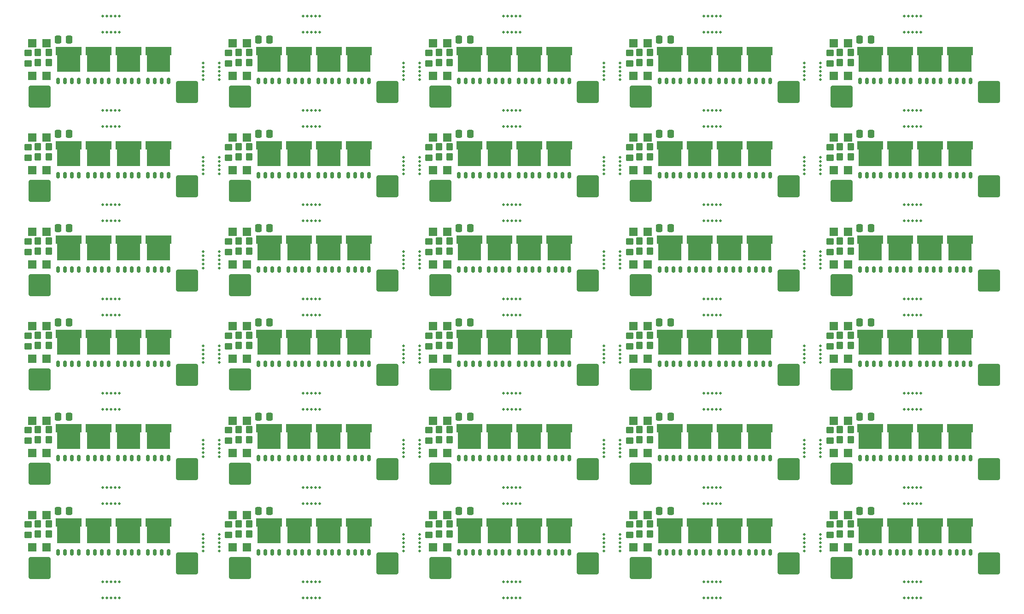
<source format=gbr>
%TF.GenerationSoftware,KiCad,Pcbnew,8.0.1*%
%TF.CreationDate,2024-05-29T13:53:09-05:00*%
%TF.ProjectId,eve PCB Project,65766520-5043-4422-9050-726f6a656374,rev?*%
%TF.SameCoordinates,Original*%
%TF.FileFunction,Soldermask,Bot*%
%TF.FilePolarity,Negative*%
%FSLAX46Y46*%
G04 Gerber Fmt 4.6, Leading zero omitted, Abs format (unit mm)*
G04 Created by KiCad (PCBNEW 8.0.1) date 2024-05-29 13:53:09*
%MOMM*%
%LPD*%
G01*
G04 APERTURE LIST*
G04 Aperture macros list*
%AMRoundRect*
0 Rectangle with rounded corners*
0 $1 Rounding radius*
0 $2 $3 $4 $5 $6 $7 $8 $9 X,Y pos of 4 corners*
0 Add a 4 corners polygon primitive as box body*
4,1,4,$2,$3,$4,$5,$6,$7,$8,$9,$2,$3,0*
0 Add four circle primitives for the rounded corners*
1,1,$1+$1,$2,$3*
1,1,$1+$1,$4,$5*
1,1,$1+$1,$6,$7*
1,1,$1+$1,$8,$9*
0 Add four rect primitives between the rounded corners*
20,1,$1+$1,$2,$3,$4,$5,0*
20,1,$1+$1,$4,$5,$6,$7,0*
20,1,$1+$1,$6,$7,$8,$9,0*
20,1,$1+$1,$8,$9,$2,$3,0*%
%AMFreePoly0*
4,1,9,2.975000,-2.350000,1.425000,-2.350000,1.425000,-2.100000,-1.650000,-2.100000,-1.650000,2.100000,1.425000,2.100000,1.425000,2.350000,2.975000,2.350000,2.975000,-2.350000,2.975000,-2.350000,$1*%
G04 Aperture macros list end*
%ADD10C,0.500000*%
%ADD11RoundRect,0.250000X-1.750000X-1.750000X1.750000X-1.750000X1.750000X1.750000X-1.750000X1.750000X0*%
%ADD12RoundRect,0.250000X0.550000X-0.550000X0.550000X0.550000X-0.550000X0.550000X-0.550000X-0.550000X0*%
%ADD13RoundRect,0.250000X0.550000X0.550000X-0.550000X0.550000X-0.550000X-0.550000X0.550000X-0.550000X0*%
%ADD14RoundRect,0.250000X1.750000X1.750000X-1.750000X1.750000X-1.750000X-1.750000X1.750000X-1.750000X0*%
%ADD15RoundRect,0.250000X0.350000X0.450000X-0.350000X0.450000X-0.350000X-0.450000X0.350000X-0.450000X0*%
%ADD16RoundRect,0.175000X0.175000X0.400000X-0.175000X0.400000X-0.175000X-0.400000X0.175000X-0.400000X0*%
%ADD17FreePoly0,90.000000*%
%ADD18RoundRect,0.250000X0.450000X-0.350000X0.450000X0.350000X-0.450000X0.350000X-0.450000X-0.350000X0*%
%ADD19RoundRect,0.250000X0.337500X0.475000X-0.337500X0.475000X-0.337500X-0.475000X0.337500X-0.475000X0*%
G04 APERTURE END LIST*
D10*
%TO.C,mouse-bite-3mm-slot*%
X175928000Y-94720000D03*
X175928000Y-97720000D03*
X176678000Y-97720000D03*
X176690000Y-94720000D03*
X177440000Y-94720000D03*
X177440000Y-97720000D03*
X178190000Y-94720000D03*
X178190000Y-97720000D03*
X178964000Y-94720000D03*
X178964000Y-97720000D03*
%TD*%
D11*
%TO.C,Lead (-)*%
X117770000Y-126090000D03*
%TD*%
D10*
%TO.C,mouse-bite-3mm-slot*%
X175928000Y-112080000D03*
X175928000Y-115080000D03*
X176678000Y-115080000D03*
X176690000Y-112080000D03*
X177440000Y-112080000D03*
X177440000Y-115080000D03*
X178190000Y-112080000D03*
X178190000Y-115080000D03*
X178964000Y-112080000D03*
X178964000Y-115080000D03*
%TD*%
D11*
%TO.C,Lead (-)*%
X191450000Y-143450000D03*
%TD*%
D12*
%TO.C,GND*%
X91890000Y-123140000D03*
%TD*%
%TO.C,5V*%
X91890000Y-134500000D03*
%TD*%
D11*
%TO.C,Lead (-)*%
X228290000Y-74010000D03*
%TD*%
D12*
%TO.C,GND*%
X202410000Y-123140000D03*
%TD*%
%TO.C,GND*%
X165570000Y-71060000D03*
%TD*%
D11*
%TO.C,Lead (-)*%
X154610000Y-56650000D03*
%TD*%
D13*
%TO.C,SCL*%
X162960000Y-88420000D03*
%TD*%
D14*
%TO.C,GND*%
X53830000Y-92220000D03*
%TD*%
%TO.C,GND*%
X90670000Y-57500000D03*
%TD*%
D12*
%TO.C,GND*%
X128730000Y-123140000D03*
%TD*%
D11*
%TO.C,Lead (-)*%
X191450000Y-74010000D03*
%TD*%
D12*
%TO.C,5V*%
X165570000Y-47700000D03*
%TD*%
D10*
%TO.C,mouse-bite-3mm-slot*%
X212768000Y-42640000D03*
X212768000Y-45640000D03*
X213518000Y-45640000D03*
X213530000Y-42640000D03*
X214280000Y-42640000D03*
X214280000Y-45640000D03*
X215030000Y-42640000D03*
X215030000Y-45640000D03*
X215804000Y-42640000D03*
X215804000Y-45640000D03*
%TD*%
D12*
%TO.C,GND*%
X55050000Y-53700000D03*
%TD*%
%TO.C,SDA*%
X162950000Y-117140000D03*
%TD*%
D14*
%TO.C,GND*%
X90670000Y-144300000D03*
%TD*%
D10*
%TO.C,mouse-bite-3mm-slot*%
X157520000Y-89052000D03*
X160520000Y-89052000D03*
X160520000Y-88302000D03*
X157520000Y-88290000D03*
X157520000Y-87540000D03*
X160520000Y-87540000D03*
X157520000Y-86790000D03*
X160520000Y-86790000D03*
X157520000Y-86016000D03*
X160520000Y-86016000D03*
%TD*%
D12*
%TO.C,SDA*%
X162950000Y-99780000D03*
%TD*%
D11*
%TO.C,Lead (-)*%
X117770000Y-143450000D03*
%TD*%
D12*
%TO.C,SDA*%
X52430000Y-82420000D03*
%TD*%
D11*
%TO.C,Lead (-)*%
X228290000Y-143450000D03*
%TD*%
D12*
%TO.C,5V*%
X202410000Y-65060000D03*
%TD*%
%TO.C,SDA*%
X52430000Y-99780000D03*
%TD*%
D14*
%TO.C,GND*%
X53830000Y-126940000D03*
%TD*%
D12*
%TO.C,GND*%
X202410000Y-71060000D03*
%TD*%
%TO.C,5V*%
X128730000Y-117140000D03*
%TD*%
D10*
%TO.C,mouse-bite-3mm-slot*%
X120680000Y-89052000D03*
X123680000Y-89052000D03*
X123680000Y-88302000D03*
X120680000Y-88290000D03*
X120680000Y-87540000D03*
X123680000Y-87540000D03*
X120680000Y-86790000D03*
X123680000Y-86790000D03*
X120680000Y-86016000D03*
X123680000Y-86016000D03*
%TD*%
D12*
%TO.C,SDA*%
X199790000Y-47700000D03*
%TD*%
%TO.C,SDA*%
X126110000Y-117140000D03*
%TD*%
%TO.C,SDA*%
X52430000Y-117140000D03*
%TD*%
D10*
%TO.C,mouse-bite-3mm-slot*%
X102248000Y-94720000D03*
X102248000Y-97720000D03*
X102998000Y-97720000D03*
X103010000Y-94720000D03*
X103760000Y-94720000D03*
X103760000Y-97720000D03*
X104510000Y-94720000D03*
X104510000Y-97720000D03*
X105284000Y-94720000D03*
X105284000Y-97720000D03*
%TD*%
D12*
%TO.C,SDA*%
X199790000Y-82420000D03*
%TD*%
%TO.C,5V*%
X165570000Y-65060000D03*
%TD*%
%TO.C,GND*%
X202410000Y-105780000D03*
%TD*%
D14*
%TO.C,GND*%
X164350000Y-109580000D03*
%TD*%
%TO.C,GND*%
X164350000Y-57500000D03*
%TD*%
D11*
%TO.C,Lead (-)*%
X228290000Y-56650000D03*
%TD*%
D12*
%TO.C,SDA*%
X199790000Y-134500000D03*
%TD*%
D11*
%TO.C,Lead (-)*%
X228290000Y-126090000D03*
%TD*%
%TO.C,Lead (-)*%
X117770000Y-108730000D03*
%TD*%
D14*
%TO.C,GND*%
X164350000Y-126940000D03*
%TD*%
%TO.C,GND*%
X90670000Y-109580000D03*
%TD*%
D10*
%TO.C,mouse-bite-3mm-slot*%
X194360000Y-141132000D03*
X197360000Y-141132000D03*
X197360000Y-140382000D03*
X194360000Y-140370000D03*
X194360000Y-139620000D03*
X197360000Y-139620000D03*
X194360000Y-138870000D03*
X197360000Y-138870000D03*
X194360000Y-138096000D03*
X197360000Y-138096000D03*
%TD*%
%TO.C,mouse-bite-3mm-slot*%
X102248000Y-112080000D03*
X102248000Y-115080000D03*
X102998000Y-115080000D03*
X103010000Y-112080000D03*
X103760000Y-112080000D03*
X103760000Y-115080000D03*
X104510000Y-112080000D03*
X104510000Y-115080000D03*
X105284000Y-112080000D03*
X105284000Y-115080000D03*
%TD*%
%TO.C,mouse-bite-3mm-slot*%
X120680000Y-71692000D03*
X123680000Y-71692000D03*
X123680000Y-70942000D03*
X120680000Y-70930000D03*
X120680000Y-70180000D03*
X123680000Y-70180000D03*
X120680000Y-69430000D03*
X123680000Y-69430000D03*
X120680000Y-68656000D03*
X123680000Y-68656000D03*
%TD*%
D12*
%TO.C,5V*%
X165570000Y-99780000D03*
%TD*%
D10*
%TO.C,mouse-bite-3mm-slot*%
X65408000Y-42640000D03*
X65408000Y-45640000D03*
X66158000Y-45640000D03*
X66170000Y-42640000D03*
X66920000Y-42640000D03*
X66920000Y-45640000D03*
X67670000Y-42640000D03*
X67670000Y-45640000D03*
X68444000Y-42640000D03*
X68444000Y-45640000D03*
%TD*%
D12*
%TO.C,5V*%
X55050000Y-82420000D03*
%TD*%
%TO.C,SDA*%
X126110000Y-82420000D03*
%TD*%
D14*
%TO.C,GND*%
X90670000Y-92220000D03*
%TD*%
D10*
%TO.C,mouse-bite-3mm-slot*%
X194360000Y-123772000D03*
X197360000Y-123772000D03*
X197360000Y-123022000D03*
X194360000Y-123010000D03*
X194360000Y-122260000D03*
X197360000Y-122260000D03*
X194360000Y-121510000D03*
X197360000Y-121510000D03*
X194360000Y-120736000D03*
X197360000Y-120736000D03*
%TD*%
D12*
%TO.C,SDA*%
X162950000Y-65060000D03*
%TD*%
D10*
%TO.C,mouse-bite-3mm-slot*%
X157520000Y-71692000D03*
X160520000Y-71692000D03*
X160520000Y-70942000D03*
X157520000Y-70930000D03*
X157520000Y-70180000D03*
X160520000Y-70180000D03*
X157520000Y-69430000D03*
X160520000Y-69430000D03*
X157520000Y-68656000D03*
X160520000Y-68656000D03*
%TD*%
%TO.C,mouse-bite-3mm-slot*%
X157520000Y-141132000D03*
X160520000Y-141132000D03*
X160520000Y-140382000D03*
X157520000Y-140370000D03*
X157520000Y-139620000D03*
X160520000Y-139620000D03*
X157520000Y-138870000D03*
X160520000Y-138870000D03*
X157520000Y-138096000D03*
X160520000Y-138096000D03*
%TD*%
D11*
%TO.C,Lead (-)*%
X191450000Y-56650000D03*
%TD*%
D14*
%TO.C,GND*%
X53830000Y-74860000D03*
%TD*%
D13*
%TO.C,SCL*%
X126120000Y-53700000D03*
%TD*%
D10*
%TO.C,mouse-bite-3mm-slot*%
X139088000Y-94720000D03*
X139088000Y-97720000D03*
X139838000Y-97720000D03*
X139850000Y-94720000D03*
X140600000Y-94720000D03*
X140600000Y-97720000D03*
X141350000Y-94720000D03*
X141350000Y-97720000D03*
X142124000Y-94720000D03*
X142124000Y-97720000D03*
%TD*%
D11*
%TO.C,Lead (-)*%
X117770000Y-56650000D03*
%TD*%
D10*
%TO.C,mouse-bite-3mm-slot*%
X120680000Y-54332000D03*
X123680000Y-54332000D03*
X123680000Y-53582000D03*
X120680000Y-53570000D03*
X120680000Y-52820000D03*
X123680000Y-52820000D03*
X120680000Y-52070000D03*
X123680000Y-52070000D03*
X120680000Y-51296000D03*
X123680000Y-51296000D03*
%TD*%
D13*
%TO.C,SCL*%
X89280000Y-71060000D03*
%TD*%
D12*
%TO.C,5V*%
X128730000Y-47700000D03*
%TD*%
D10*
%TO.C,mouse-bite-3mm-slot*%
X212768000Y-112080000D03*
X212768000Y-115080000D03*
X213518000Y-115080000D03*
X213530000Y-112080000D03*
X214280000Y-112080000D03*
X214280000Y-115080000D03*
X215030000Y-112080000D03*
X215030000Y-115080000D03*
X215804000Y-112080000D03*
X215804000Y-115080000D03*
%TD*%
%TO.C,mouse-bite-3mm-slot*%
X102248000Y-60000000D03*
X102248000Y-63000000D03*
X102998000Y-63000000D03*
X103010000Y-60000000D03*
X103760000Y-60000000D03*
X103760000Y-63000000D03*
X104510000Y-60000000D03*
X104510000Y-63000000D03*
X105284000Y-60000000D03*
X105284000Y-63000000D03*
%TD*%
D11*
%TO.C,Lead (-)*%
X154610000Y-91370000D03*
%TD*%
D12*
%TO.C,5V*%
X128730000Y-134500000D03*
%TD*%
D10*
%TO.C,mouse-bite-3mm-slot*%
X212768000Y-94720000D03*
X212768000Y-97720000D03*
X213518000Y-97720000D03*
X213530000Y-94720000D03*
X214280000Y-94720000D03*
X214280000Y-97720000D03*
X215030000Y-94720000D03*
X215030000Y-97720000D03*
X215804000Y-94720000D03*
X215804000Y-97720000D03*
%TD*%
D12*
%TO.C,SDA*%
X126110000Y-65060000D03*
%TD*%
%TO.C,GND*%
X165570000Y-105780000D03*
%TD*%
%TO.C,5V*%
X165570000Y-82420000D03*
%TD*%
%TO.C,GND*%
X128730000Y-53700000D03*
%TD*%
D10*
%TO.C,mouse-bite-3mm-slot*%
X212768000Y-146800000D03*
X212768000Y-149800000D03*
X213518000Y-149800000D03*
X213530000Y-146800000D03*
X214280000Y-146800000D03*
X214280000Y-149800000D03*
X215030000Y-146800000D03*
X215030000Y-149800000D03*
X215804000Y-146800000D03*
X215804000Y-149800000D03*
%TD*%
%TO.C,mouse-bite-3mm-slot*%
X102248000Y-77360000D03*
X102248000Y-80360000D03*
X102998000Y-80360000D03*
X103010000Y-77360000D03*
X103760000Y-77360000D03*
X103760000Y-80360000D03*
X104510000Y-77360000D03*
X104510000Y-80360000D03*
X105284000Y-77360000D03*
X105284000Y-80360000D03*
%TD*%
D12*
%TO.C,GND*%
X202410000Y-140500000D03*
%TD*%
D13*
%TO.C,SCL*%
X89280000Y-88420000D03*
%TD*%
D10*
%TO.C,mouse-bite-3mm-slot*%
X194360000Y-54332000D03*
X197360000Y-54332000D03*
X197360000Y-53582000D03*
X194360000Y-53570000D03*
X194360000Y-52820000D03*
X197360000Y-52820000D03*
X194360000Y-52070000D03*
X197360000Y-52070000D03*
X194360000Y-51296000D03*
X197360000Y-51296000D03*
%TD*%
D12*
%TO.C,SDA*%
X199790000Y-117140000D03*
%TD*%
%TO.C,5V*%
X202410000Y-47700000D03*
%TD*%
%TO.C,5V*%
X91890000Y-99780000D03*
%TD*%
D14*
%TO.C,GND*%
X127510000Y-109580000D03*
%TD*%
D12*
%TO.C,GND*%
X165570000Y-53700000D03*
%TD*%
%TO.C,SDA*%
X126110000Y-99780000D03*
%TD*%
D11*
%TO.C,Lead (-)*%
X117770000Y-91370000D03*
%TD*%
D13*
%TO.C,SCL*%
X199800000Y-53700000D03*
%TD*%
D12*
%TO.C,5V*%
X128730000Y-65060000D03*
%TD*%
D11*
%TO.C,Lead (-)*%
X154610000Y-126090000D03*
%TD*%
D10*
%TO.C,mouse-bite-3mm-slot*%
X157520000Y-106412000D03*
X160520000Y-106412000D03*
X160520000Y-105662000D03*
X157520000Y-105650000D03*
X157520000Y-104900000D03*
X160520000Y-104900000D03*
X157520000Y-104150000D03*
X160520000Y-104150000D03*
X157520000Y-103376000D03*
X160520000Y-103376000D03*
%TD*%
%TO.C,mouse-bite-3mm-slot*%
X139088000Y-112080000D03*
X139088000Y-115080000D03*
X139838000Y-115080000D03*
X139850000Y-112080000D03*
X140600000Y-112080000D03*
X140600000Y-115080000D03*
X141350000Y-112080000D03*
X141350000Y-115080000D03*
X142124000Y-112080000D03*
X142124000Y-115080000D03*
%TD*%
D13*
%TO.C,SCL*%
X52440000Y-105780000D03*
%TD*%
D12*
%TO.C,GND*%
X202410000Y-88420000D03*
%TD*%
D10*
%TO.C,mouse-bite-3mm-slot*%
X212768000Y-129440000D03*
X212768000Y-132440000D03*
X213518000Y-132440000D03*
X213530000Y-129440000D03*
X214280000Y-129440000D03*
X214280000Y-132440000D03*
X215030000Y-129440000D03*
X215030000Y-132440000D03*
X215804000Y-129440000D03*
X215804000Y-132440000D03*
%TD*%
D14*
%TO.C,GND*%
X90670000Y-126940000D03*
%TD*%
D12*
%TO.C,SDA*%
X89270000Y-47700000D03*
%TD*%
%TO.C,SDA*%
X52430000Y-134500000D03*
%TD*%
%TO.C,GND*%
X55050000Y-123140000D03*
%TD*%
D10*
%TO.C,mouse-bite-3mm-slot*%
X194360000Y-89052000D03*
X197360000Y-89052000D03*
X197360000Y-88302000D03*
X194360000Y-88290000D03*
X194360000Y-87540000D03*
X197360000Y-87540000D03*
X194360000Y-86790000D03*
X197360000Y-86790000D03*
X194360000Y-86016000D03*
X197360000Y-86016000D03*
%TD*%
D13*
%TO.C,SCL*%
X126120000Y-71060000D03*
%TD*%
D12*
%TO.C,GND*%
X165570000Y-140500000D03*
%TD*%
D14*
%TO.C,GND*%
X201190000Y-144300000D03*
%TD*%
D12*
%TO.C,GND*%
X128730000Y-105780000D03*
%TD*%
D13*
%TO.C,SCL*%
X52440000Y-88420000D03*
%TD*%
D12*
%TO.C,GND*%
X55050000Y-88420000D03*
%TD*%
%TO.C,GND*%
X55050000Y-105780000D03*
%TD*%
%TO.C,GND*%
X128730000Y-71060000D03*
%TD*%
D14*
%TO.C,GND*%
X164350000Y-92220000D03*
%TD*%
D10*
%TO.C,mouse-bite-3mm-slot*%
X65408000Y-146800000D03*
X65408000Y-149800000D03*
X66158000Y-149800000D03*
X66170000Y-146800000D03*
X66920000Y-146800000D03*
X66920000Y-149800000D03*
X67670000Y-146800000D03*
X67670000Y-149800000D03*
X68444000Y-146800000D03*
X68444000Y-149800000D03*
%TD*%
D12*
%TO.C,5V*%
X91890000Y-47700000D03*
%TD*%
%TO.C,SDA*%
X199790000Y-99780000D03*
%TD*%
D13*
%TO.C,SCL*%
X199800000Y-71060000D03*
%TD*%
D12*
%TO.C,5V*%
X91890000Y-65060000D03*
%TD*%
%TO.C,SDA*%
X89270000Y-117140000D03*
%TD*%
D13*
%TO.C,SCL*%
X89280000Y-123140000D03*
%TD*%
D10*
%TO.C,mouse-bite-3mm-slot*%
X175928000Y-60000000D03*
X175928000Y-63000000D03*
X176678000Y-63000000D03*
X176690000Y-60000000D03*
X177440000Y-60000000D03*
X177440000Y-63000000D03*
X178190000Y-60000000D03*
X178190000Y-63000000D03*
X178964000Y-60000000D03*
X178964000Y-63000000D03*
%TD*%
D13*
%TO.C,SCL*%
X52440000Y-140500000D03*
%TD*%
%TO.C,SCL*%
X126120000Y-123140000D03*
%TD*%
D10*
%TO.C,mouse-bite-3mm-slot*%
X83840000Y-123772000D03*
X86840000Y-123772000D03*
X86840000Y-123022000D03*
X83840000Y-123010000D03*
X83840000Y-122260000D03*
X86840000Y-122260000D03*
X83840000Y-121510000D03*
X86840000Y-121510000D03*
X83840000Y-120736000D03*
X86840000Y-120736000D03*
%TD*%
D14*
%TO.C,GND*%
X127510000Y-57500000D03*
%TD*%
D13*
%TO.C,SCL*%
X89280000Y-105780000D03*
%TD*%
D14*
%TO.C,GND*%
X127510000Y-126940000D03*
%TD*%
D12*
%TO.C,SDA*%
X162950000Y-82420000D03*
%TD*%
D11*
%TO.C,Lead (-)*%
X154610000Y-143450000D03*
%TD*%
D10*
%TO.C,mouse-bite-3mm-slot*%
X102248000Y-129440000D03*
X102248000Y-132440000D03*
X102998000Y-132440000D03*
X103010000Y-129440000D03*
X103760000Y-129440000D03*
X103760000Y-132440000D03*
X104510000Y-129440000D03*
X104510000Y-132440000D03*
X105284000Y-129440000D03*
X105284000Y-132440000D03*
%TD*%
D12*
%TO.C,SDA*%
X126110000Y-134500000D03*
%TD*%
%TO.C,GND*%
X91890000Y-53700000D03*
%TD*%
%TO.C,GND*%
X91890000Y-105780000D03*
%TD*%
%TO.C,5V*%
X165570000Y-134500000D03*
%TD*%
D13*
%TO.C,SCL*%
X89280000Y-140500000D03*
%TD*%
D12*
%TO.C,5V*%
X128730000Y-82420000D03*
%TD*%
D14*
%TO.C,GND*%
X201190000Y-92220000D03*
%TD*%
D13*
%TO.C,SCL*%
X162960000Y-140500000D03*
%TD*%
D12*
%TO.C,5V*%
X202410000Y-134500000D03*
%TD*%
D10*
%TO.C,mouse-bite-3mm-slot*%
X102248000Y-146800000D03*
X102248000Y-149800000D03*
X102998000Y-149800000D03*
X103010000Y-146800000D03*
X103760000Y-146800000D03*
X103760000Y-149800000D03*
X104510000Y-146800000D03*
X104510000Y-149800000D03*
X105284000Y-146800000D03*
X105284000Y-149800000D03*
%TD*%
D12*
%TO.C,5V*%
X202410000Y-99780000D03*
%TD*%
D14*
%TO.C,GND*%
X164350000Y-144300000D03*
%TD*%
D12*
%TO.C,SDA*%
X89270000Y-82420000D03*
%TD*%
D13*
%TO.C,SCL*%
X162960000Y-123140000D03*
%TD*%
D11*
%TO.C,Lead (-)*%
X191450000Y-126090000D03*
%TD*%
%TO.C,Lead (-)*%
X191450000Y-91370000D03*
%TD*%
D14*
%TO.C,GND*%
X164350000Y-74860000D03*
%TD*%
D10*
%TO.C,mouse-bite-3mm-slot*%
X139088000Y-146800000D03*
X139088000Y-149800000D03*
X139838000Y-149800000D03*
X139850000Y-146800000D03*
X140600000Y-146800000D03*
X140600000Y-149800000D03*
X141350000Y-146800000D03*
X141350000Y-149800000D03*
X142124000Y-146800000D03*
X142124000Y-149800000D03*
%TD*%
D11*
%TO.C,Lead (-)*%
X80930000Y-143450000D03*
%TD*%
D10*
%TO.C,mouse-bite-3mm-slot*%
X212768000Y-60000000D03*
X212768000Y-63000000D03*
X213518000Y-63000000D03*
X213530000Y-60000000D03*
X214280000Y-60000000D03*
X214280000Y-63000000D03*
X215030000Y-60000000D03*
X215030000Y-63000000D03*
X215804000Y-60000000D03*
X215804000Y-63000000D03*
%TD*%
%TO.C,mouse-bite-3mm-slot*%
X65408000Y-60000000D03*
X65408000Y-63000000D03*
X66158000Y-63000000D03*
X66170000Y-60000000D03*
X66920000Y-60000000D03*
X66920000Y-63000000D03*
X67670000Y-60000000D03*
X67670000Y-63000000D03*
X68444000Y-60000000D03*
X68444000Y-63000000D03*
%TD*%
%TO.C,mouse-bite-3mm-slot*%
X83840000Y-71692000D03*
X86840000Y-71692000D03*
X86840000Y-70942000D03*
X83840000Y-70930000D03*
X83840000Y-70180000D03*
X86840000Y-70180000D03*
X83840000Y-69430000D03*
X86840000Y-69430000D03*
X83840000Y-68656000D03*
X86840000Y-68656000D03*
%TD*%
D12*
%TO.C,GND*%
X91890000Y-140500000D03*
%TD*%
D10*
%TO.C,mouse-bite-3mm-slot*%
X102248000Y-42640000D03*
X102248000Y-45640000D03*
X102998000Y-45640000D03*
X103010000Y-42640000D03*
X103760000Y-42640000D03*
X103760000Y-45640000D03*
X104510000Y-42640000D03*
X104510000Y-45640000D03*
X105284000Y-42640000D03*
X105284000Y-45640000D03*
%TD*%
D12*
%TO.C,GND*%
X55050000Y-140500000D03*
%TD*%
D13*
%TO.C,SCL*%
X126120000Y-140500000D03*
%TD*%
D10*
%TO.C,mouse-bite-3mm-slot*%
X139088000Y-60000000D03*
X139088000Y-63000000D03*
X139838000Y-63000000D03*
X139850000Y-60000000D03*
X140600000Y-60000000D03*
X140600000Y-63000000D03*
X141350000Y-60000000D03*
X141350000Y-63000000D03*
X142124000Y-60000000D03*
X142124000Y-63000000D03*
%TD*%
D14*
%TO.C,GND*%
X201190000Y-126940000D03*
%TD*%
D13*
%TO.C,SCL*%
X162960000Y-53700000D03*
%TD*%
D12*
%TO.C,5V*%
X128730000Y-99780000D03*
%TD*%
D10*
%TO.C,mouse-bite-3mm-slot*%
X65408000Y-112080000D03*
X65408000Y-115080000D03*
X66158000Y-115080000D03*
X66170000Y-112080000D03*
X66920000Y-112080000D03*
X66920000Y-115080000D03*
X67670000Y-112080000D03*
X67670000Y-115080000D03*
X68444000Y-112080000D03*
X68444000Y-115080000D03*
%TD*%
%TO.C,mouse-bite-3mm-slot*%
X157520000Y-54332000D03*
X160520000Y-54332000D03*
X160520000Y-53582000D03*
X157520000Y-53570000D03*
X157520000Y-52820000D03*
X160520000Y-52820000D03*
X157520000Y-52070000D03*
X160520000Y-52070000D03*
X157520000Y-51296000D03*
X160520000Y-51296000D03*
%TD*%
D14*
%TO.C,GND*%
X127510000Y-74860000D03*
%TD*%
D10*
%TO.C,mouse-bite-3mm-slot*%
X212768000Y-77360000D03*
X212768000Y-80360000D03*
X213518000Y-80360000D03*
X213530000Y-77360000D03*
X214280000Y-77360000D03*
X214280000Y-80360000D03*
X215030000Y-77360000D03*
X215030000Y-80360000D03*
X215804000Y-77360000D03*
X215804000Y-80360000D03*
%TD*%
%TO.C,mouse-bite-3mm-slot*%
X194360000Y-106412000D03*
X197360000Y-106412000D03*
X197360000Y-105662000D03*
X194360000Y-105650000D03*
X194360000Y-104900000D03*
X197360000Y-104900000D03*
X194360000Y-104150000D03*
X197360000Y-104150000D03*
X194360000Y-103376000D03*
X197360000Y-103376000D03*
%TD*%
D13*
%TO.C,SCL*%
X52440000Y-53700000D03*
%TD*%
D11*
%TO.C,Lead (-)*%
X80930000Y-74010000D03*
%TD*%
D12*
%TO.C,GND*%
X128730000Y-88420000D03*
%TD*%
D10*
%TO.C,mouse-bite-3mm-slot*%
X83840000Y-89052000D03*
X86840000Y-89052000D03*
X86840000Y-88302000D03*
X83840000Y-88290000D03*
X83840000Y-87540000D03*
X86840000Y-87540000D03*
X83840000Y-86790000D03*
X86840000Y-86790000D03*
X83840000Y-86016000D03*
X86840000Y-86016000D03*
%TD*%
D11*
%TO.C,Lead (-)*%
X117770000Y-74010000D03*
%TD*%
%TO.C,Lead (-)*%
X228290000Y-108730000D03*
%TD*%
D10*
%TO.C,mouse-bite-3mm-slot*%
X175928000Y-42640000D03*
X175928000Y-45640000D03*
X176678000Y-45640000D03*
X176690000Y-42640000D03*
X177440000Y-42640000D03*
X177440000Y-45640000D03*
X178190000Y-42640000D03*
X178190000Y-45640000D03*
X178964000Y-42640000D03*
X178964000Y-45640000D03*
%TD*%
D12*
%TO.C,GND*%
X202410000Y-53700000D03*
%TD*%
D11*
%TO.C,Lead (-)*%
X228290000Y-91370000D03*
%TD*%
D10*
%TO.C,mouse-bite-3mm-slot*%
X65408000Y-94720000D03*
X65408000Y-97720000D03*
X66158000Y-97720000D03*
X66170000Y-94720000D03*
X66920000Y-94720000D03*
X66920000Y-97720000D03*
X67670000Y-94720000D03*
X67670000Y-97720000D03*
X68444000Y-94720000D03*
X68444000Y-97720000D03*
%TD*%
%TO.C,mouse-bite-3mm-slot*%
X175928000Y-129440000D03*
X175928000Y-132440000D03*
X176678000Y-132440000D03*
X176690000Y-129440000D03*
X177440000Y-129440000D03*
X177440000Y-132440000D03*
X178190000Y-129440000D03*
X178190000Y-132440000D03*
X178964000Y-129440000D03*
X178964000Y-132440000D03*
%TD*%
D13*
%TO.C,SCL*%
X199800000Y-123140000D03*
%TD*%
D14*
%TO.C,GND*%
X90670000Y-74860000D03*
%TD*%
D13*
%TO.C,SCL*%
X199800000Y-105780000D03*
%TD*%
D12*
%TO.C,SDA*%
X89270000Y-134500000D03*
%TD*%
D14*
%TO.C,GND*%
X53830000Y-109580000D03*
%TD*%
D10*
%TO.C,mouse-bite-3mm-slot*%
X83840000Y-141132000D03*
X86840000Y-141132000D03*
X86840000Y-140382000D03*
X83840000Y-140370000D03*
X83840000Y-139620000D03*
X86840000Y-139620000D03*
X83840000Y-138870000D03*
X86840000Y-138870000D03*
X83840000Y-138096000D03*
X86840000Y-138096000D03*
%TD*%
D12*
%TO.C,5V*%
X55050000Y-65060000D03*
%TD*%
D14*
%TO.C,GND*%
X127510000Y-144300000D03*
%TD*%
D13*
%TO.C,SCL*%
X126120000Y-105780000D03*
%TD*%
D14*
%TO.C,GND*%
X127510000Y-92220000D03*
%TD*%
D12*
%TO.C,5V*%
X55050000Y-117140000D03*
%TD*%
D10*
%TO.C,mouse-bite-3mm-slot*%
X83840000Y-106412000D03*
X86840000Y-106412000D03*
X86840000Y-105662000D03*
X83840000Y-105650000D03*
X83840000Y-104900000D03*
X86840000Y-104900000D03*
X83840000Y-104150000D03*
X86840000Y-104150000D03*
X83840000Y-103376000D03*
X86840000Y-103376000D03*
%TD*%
D12*
%TO.C,GND*%
X91890000Y-71060000D03*
%TD*%
%TO.C,5V*%
X55050000Y-99780000D03*
%TD*%
D10*
%TO.C,mouse-bite-3mm-slot*%
X83840000Y-54332000D03*
X86840000Y-54332000D03*
X86840000Y-53582000D03*
X83840000Y-53570000D03*
X83840000Y-52820000D03*
X86840000Y-52820000D03*
X83840000Y-52070000D03*
X86840000Y-52070000D03*
X83840000Y-51296000D03*
X86840000Y-51296000D03*
%TD*%
D13*
%TO.C,SCL*%
X162960000Y-105780000D03*
%TD*%
D12*
%TO.C,5V*%
X55050000Y-134500000D03*
%TD*%
D13*
%TO.C,SCL*%
X162960000Y-71060000D03*
%TD*%
D10*
%TO.C,mouse-bite-3mm-slot*%
X157520000Y-123772000D03*
X160520000Y-123772000D03*
X160520000Y-123022000D03*
X157520000Y-123010000D03*
X157520000Y-122260000D03*
X160520000Y-122260000D03*
X157520000Y-121510000D03*
X160520000Y-121510000D03*
X157520000Y-120736000D03*
X160520000Y-120736000D03*
%TD*%
%TO.C,mouse-bite-3mm-slot*%
X139088000Y-77360000D03*
X139088000Y-80360000D03*
X139838000Y-80360000D03*
X139850000Y-77360000D03*
X140600000Y-77360000D03*
X140600000Y-80360000D03*
X141350000Y-77360000D03*
X141350000Y-80360000D03*
X142124000Y-77360000D03*
X142124000Y-80360000D03*
%TD*%
%TO.C,mouse-bite-3mm-slot*%
X139088000Y-42640000D03*
X139088000Y-45640000D03*
X139838000Y-45640000D03*
X139850000Y-42640000D03*
X140600000Y-42640000D03*
X140600000Y-45640000D03*
X141350000Y-42640000D03*
X141350000Y-45640000D03*
X142124000Y-42640000D03*
X142124000Y-45640000D03*
%TD*%
D14*
%TO.C,GND*%
X201190000Y-74860000D03*
%TD*%
D12*
%TO.C,SDA*%
X126110000Y-47700000D03*
%TD*%
D13*
%TO.C,SCL*%
X126120000Y-88420000D03*
%TD*%
D12*
%TO.C,SDA*%
X89270000Y-99780000D03*
%TD*%
%TO.C,SDA*%
X162950000Y-47700000D03*
%TD*%
%TO.C,5V*%
X202410000Y-117140000D03*
%TD*%
D10*
%TO.C,mouse-bite-3mm-slot*%
X120680000Y-106412000D03*
X123680000Y-106412000D03*
X123680000Y-105662000D03*
X120680000Y-105650000D03*
X120680000Y-104900000D03*
X123680000Y-104900000D03*
X120680000Y-104150000D03*
X123680000Y-104150000D03*
X120680000Y-103376000D03*
X123680000Y-103376000D03*
%TD*%
D13*
%TO.C,SCL*%
X52440000Y-123140000D03*
%TD*%
D10*
%TO.C,mouse-bite-3mm-slot*%
X139088000Y-129440000D03*
X139088000Y-132440000D03*
X139838000Y-132440000D03*
X139850000Y-129440000D03*
X140600000Y-129440000D03*
X140600000Y-132440000D03*
X141350000Y-129440000D03*
X141350000Y-132440000D03*
X142124000Y-129440000D03*
X142124000Y-132440000D03*
%TD*%
%TO.C,mouse-bite-3mm-slot*%
X65408000Y-77360000D03*
X65408000Y-80360000D03*
X66158000Y-80360000D03*
X66170000Y-77360000D03*
X66920000Y-77360000D03*
X66920000Y-80360000D03*
X67670000Y-77360000D03*
X67670000Y-80360000D03*
X68444000Y-77360000D03*
X68444000Y-80360000D03*
%TD*%
D12*
%TO.C,SDA*%
X162950000Y-134500000D03*
%TD*%
%TO.C,GND*%
X55050000Y-71060000D03*
%TD*%
D10*
%TO.C,mouse-bite-3mm-slot*%
X175928000Y-77360000D03*
X175928000Y-80360000D03*
X176678000Y-80360000D03*
X176690000Y-77360000D03*
X177440000Y-77360000D03*
X177440000Y-80360000D03*
X178190000Y-77360000D03*
X178190000Y-80360000D03*
X178964000Y-77360000D03*
X178964000Y-80360000D03*
%TD*%
D12*
%TO.C,GND*%
X165570000Y-123140000D03*
%TD*%
D11*
%TO.C,Lead (-)*%
X191450000Y-108730000D03*
%TD*%
D12*
%TO.C,GND*%
X128730000Y-140500000D03*
%TD*%
D10*
%TO.C,mouse-bite-3mm-slot*%
X120680000Y-141132000D03*
X123680000Y-141132000D03*
X123680000Y-140382000D03*
X120680000Y-140370000D03*
X120680000Y-139620000D03*
X123680000Y-139620000D03*
X120680000Y-138870000D03*
X123680000Y-138870000D03*
X120680000Y-138096000D03*
X123680000Y-138096000D03*
%TD*%
%TO.C,mouse-bite-3mm-slot*%
X194360000Y-71692000D03*
X197360000Y-71692000D03*
X197360000Y-70942000D03*
X194360000Y-70930000D03*
X194360000Y-70180000D03*
X197360000Y-70180000D03*
X194360000Y-69430000D03*
X197360000Y-69430000D03*
X194360000Y-68656000D03*
X197360000Y-68656000D03*
%TD*%
D12*
%TO.C,SDA*%
X89270000Y-65060000D03*
%TD*%
D13*
%TO.C,SCL*%
X199800000Y-88420000D03*
%TD*%
D12*
%TO.C,5V*%
X165570000Y-117140000D03*
%TD*%
%TO.C,SDA*%
X199790000Y-65060000D03*
%TD*%
%TO.C,5V*%
X55050000Y-47700000D03*
%TD*%
D11*
%TO.C,Lead (-)*%
X154610000Y-108730000D03*
%TD*%
D12*
%TO.C,SDA*%
X52430000Y-65060000D03*
%TD*%
D11*
%TO.C,Lead (-)*%
X80930000Y-56650000D03*
%TD*%
%TO.C,Lead (-)*%
X80930000Y-126090000D03*
%TD*%
D14*
%TO.C,GND*%
X53830000Y-57500000D03*
%TD*%
D11*
%TO.C,Lead (-)*%
X80930000Y-91370000D03*
%TD*%
D12*
%TO.C,GND*%
X91890000Y-88420000D03*
%TD*%
D10*
%TO.C,mouse-bite-3mm-slot*%
X65408000Y-129440000D03*
X65408000Y-132440000D03*
X66158000Y-132440000D03*
X66170000Y-129440000D03*
X66920000Y-129440000D03*
X66920000Y-132440000D03*
X67670000Y-129440000D03*
X67670000Y-132440000D03*
X68444000Y-129440000D03*
X68444000Y-132440000D03*
%TD*%
D13*
%TO.C,SCL*%
X52440000Y-71060000D03*
%TD*%
D14*
%TO.C,GND*%
X53830000Y-144300000D03*
%TD*%
D10*
%TO.C,mouse-bite-3mm-slot*%
X175928000Y-146800000D03*
X175928000Y-149800000D03*
X176678000Y-149800000D03*
X176690000Y-146800000D03*
X177440000Y-146800000D03*
X177440000Y-149800000D03*
X178190000Y-146800000D03*
X178190000Y-149800000D03*
X178964000Y-146800000D03*
X178964000Y-149800000D03*
%TD*%
D11*
%TO.C,Lead (-)*%
X80930000Y-108730000D03*
%TD*%
D12*
%TO.C,5V*%
X91890000Y-117140000D03*
%TD*%
D13*
%TO.C,SCL*%
X89280000Y-53700000D03*
%TD*%
D12*
%TO.C,GND*%
X165570000Y-88420000D03*
%TD*%
D14*
%TO.C,GND*%
X201190000Y-57500000D03*
%TD*%
D12*
%TO.C,SDA*%
X52430000Y-47700000D03*
%TD*%
D13*
%TO.C,SCL*%
X199800000Y-140500000D03*
%TD*%
D14*
%TO.C,GND*%
X201190000Y-109580000D03*
%TD*%
D12*
%TO.C,5V*%
X91890000Y-82420000D03*
%TD*%
D11*
%TO.C,Lead (-)*%
X154610000Y-74010000D03*
%TD*%
D10*
%TO.C,mouse-bite-3mm-slot*%
X120680000Y-123772000D03*
X123680000Y-123772000D03*
X123680000Y-123022000D03*
X120680000Y-123010000D03*
X120680000Y-122260000D03*
X123680000Y-122260000D03*
X120680000Y-121510000D03*
X123680000Y-121510000D03*
X120680000Y-120736000D03*
X123680000Y-120736000D03*
%TD*%
D12*
%TO.C,5V*%
X202410000Y-82420000D03*
%TD*%
D15*
%TO.C,R2*%
X55520000Y-138030000D03*
X53520000Y-138030000D03*
%TD*%
D16*
%TO.C,Q8*%
X145720000Y-124045000D03*
X144450000Y-124045000D03*
X143170000Y-124045000D03*
X141900000Y-124045000D03*
D17*
X143810000Y-120775000D03*
%TD*%
D16*
%TO.C,Q7*%
X66540000Y-89325000D03*
X65270000Y-89325000D03*
X63990000Y-89325000D03*
X62720000Y-89325000D03*
D17*
X64630000Y-86055000D03*
%TD*%
D18*
%TO.C,R1*%
X162240000Y-51410000D03*
X162240000Y-49410000D03*
%TD*%
D15*
%TO.C,R2*%
X92360000Y-138030000D03*
X90360000Y-138030000D03*
%TD*%
D18*
%TO.C,R1*%
X51720000Y-86130000D03*
X51720000Y-84130000D03*
%TD*%
D15*
%TO.C,R3*%
X202880000Y-136130000D03*
X200880000Y-136130000D03*
%TD*%
D16*
%TO.C,Q7*%
X177060000Y-71965000D03*
X175790000Y-71965000D03*
X174510000Y-71965000D03*
X173240000Y-71965000D03*
D17*
X175150000Y-68695000D03*
%TD*%
D16*
%TO.C,Q6*%
X134720000Y-141405000D03*
X133450000Y-141405000D03*
X132170000Y-141405000D03*
X130900000Y-141405000D03*
D17*
X132810000Y-138135000D03*
%TD*%
D18*
%TO.C,R1*%
X199080000Y-103490000D03*
X199080000Y-101490000D03*
%TD*%
%TO.C,R1*%
X51720000Y-103490000D03*
X51720000Y-101490000D03*
%TD*%
D16*
%TO.C,Q8*%
X108880000Y-89325000D03*
X107610000Y-89325000D03*
X106330000Y-89325000D03*
X105060000Y-89325000D03*
D17*
X106970000Y-86055000D03*
%TD*%
D15*
%TO.C,R3*%
X55520000Y-49330000D03*
X53520000Y-49330000D03*
%TD*%
D16*
%TO.C,Q6*%
X97880000Y-54605000D03*
X96610000Y-54605000D03*
X95330000Y-54605000D03*
X94060000Y-54605000D03*
D17*
X95970000Y-51335000D03*
%TD*%
D15*
%TO.C,R3*%
X166040000Y-118770000D03*
X164040000Y-118770000D03*
%TD*%
D18*
%TO.C,R1*%
X125400000Y-51410000D03*
X125400000Y-49410000D03*
%TD*%
%TO.C,R1*%
X125400000Y-68770000D03*
X125400000Y-66770000D03*
%TD*%
D16*
%TO.C,Q7*%
X103380000Y-71965000D03*
X102110000Y-71965000D03*
X100830000Y-71965000D03*
X99560000Y-71965000D03*
D17*
X101470000Y-68695000D03*
%TD*%
D18*
%TO.C,R1*%
X162240000Y-86130000D03*
X162240000Y-84130000D03*
%TD*%
D16*
%TO.C,Q5*%
X224900000Y-124045000D03*
X223630000Y-124045000D03*
X222350000Y-124045000D03*
X221080000Y-124045000D03*
D17*
X222990000Y-120775000D03*
%TD*%
D16*
%TO.C,Q8*%
X219400000Y-71965000D03*
X218130000Y-71965000D03*
X216850000Y-71965000D03*
X215580000Y-71965000D03*
D17*
X217490000Y-68695000D03*
%TD*%
D16*
%TO.C,Q6*%
X97880000Y-71965000D03*
X96610000Y-71965000D03*
X95330000Y-71965000D03*
X94060000Y-71965000D03*
D17*
X95970000Y-68695000D03*
%TD*%
D15*
%TO.C,R2*%
X166040000Y-120670000D03*
X164040000Y-120670000D03*
%TD*%
D16*
%TO.C,Q8*%
X219400000Y-124045000D03*
X218130000Y-124045000D03*
X216850000Y-124045000D03*
X215580000Y-124045000D03*
D17*
X217490000Y-120775000D03*
%TD*%
D16*
%TO.C,Q7*%
X213900000Y-106685000D03*
X212630000Y-106685000D03*
X211350000Y-106685000D03*
X210080000Y-106685000D03*
D17*
X211990000Y-103415000D03*
%TD*%
D15*
%TO.C,R3*%
X202880000Y-66690000D03*
X200880000Y-66690000D03*
%TD*%
D16*
%TO.C,Q8*%
X182560000Y-89325000D03*
X181290000Y-89325000D03*
X180010000Y-89325000D03*
X178740000Y-89325000D03*
D17*
X180650000Y-86055000D03*
%TD*%
D15*
%TO.C,R2*%
X202880000Y-51230000D03*
X200880000Y-51230000D03*
%TD*%
%TO.C,R3*%
X166040000Y-84050000D03*
X164040000Y-84050000D03*
%TD*%
D19*
%TO.C,C1*%
X169780000Y-81700000D03*
X167705000Y-81700000D03*
%TD*%
D15*
%TO.C,R2*%
X55520000Y-51230000D03*
X53520000Y-51230000D03*
%TD*%
D16*
%TO.C,Q6*%
X208400000Y-106685000D03*
X207130000Y-106685000D03*
X205850000Y-106685000D03*
X204580000Y-106685000D03*
D17*
X206490000Y-103415000D03*
%TD*%
D19*
%TO.C,C1*%
X96100000Y-64340000D03*
X94025000Y-64340000D03*
%TD*%
D16*
%TO.C,Q7*%
X103380000Y-124045000D03*
X102110000Y-124045000D03*
X100830000Y-124045000D03*
X99560000Y-124045000D03*
D17*
X101470000Y-120775000D03*
%TD*%
D15*
%TO.C,R2*%
X92360000Y-85950000D03*
X90360000Y-85950000D03*
%TD*%
D16*
%TO.C,Q6*%
X134720000Y-124045000D03*
X133450000Y-124045000D03*
X132170000Y-124045000D03*
X130900000Y-124045000D03*
D17*
X132810000Y-120775000D03*
%TD*%
D16*
%TO.C,Q7*%
X140220000Y-124045000D03*
X138950000Y-124045000D03*
X137670000Y-124045000D03*
X136400000Y-124045000D03*
D17*
X138310000Y-120775000D03*
%TD*%
D15*
%TO.C,R3*%
X92360000Y-101410000D03*
X90360000Y-101410000D03*
%TD*%
D16*
%TO.C,Q5*%
X224900000Y-71965000D03*
X223630000Y-71965000D03*
X222350000Y-71965000D03*
X221080000Y-71965000D03*
D17*
X222990000Y-68695000D03*
%TD*%
D15*
%TO.C,R2*%
X55520000Y-85950000D03*
X53520000Y-85950000D03*
%TD*%
D19*
%TO.C,C1*%
X132940000Y-46980000D03*
X130865000Y-46980000D03*
%TD*%
D16*
%TO.C,Q8*%
X108880000Y-54605000D03*
X107610000Y-54605000D03*
X106330000Y-54605000D03*
X105060000Y-54605000D03*
D17*
X106970000Y-51335000D03*
%TD*%
D15*
%TO.C,R2*%
X202880000Y-68590000D03*
X200880000Y-68590000D03*
%TD*%
%TO.C,R3*%
X166040000Y-101410000D03*
X164040000Y-101410000D03*
%TD*%
D16*
%TO.C,Q7*%
X213900000Y-141405000D03*
X212630000Y-141405000D03*
X211350000Y-141405000D03*
X210080000Y-141405000D03*
D17*
X211990000Y-138135000D03*
%TD*%
D19*
%TO.C,C1*%
X96100000Y-99060000D03*
X94025000Y-99060000D03*
%TD*%
D16*
%TO.C,Q5*%
X114380000Y-106685000D03*
X113110000Y-106685000D03*
X111830000Y-106685000D03*
X110560000Y-106685000D03*
D17*
X112470000Y-103415000D03*
%TD*%
D15*
%TO.C,R3*%
X202880000Y-118770000D03*
X200880000Y-118770000D03*
%TD*%
D19*
%TO.C,C1*%
X169780000Y-116420000D03*
X167705000Y-116420000D03*
%TD*%
D15*
%TO.C,R3*%
X92360000Y-118770000D03*
X90360000Y-118770000D03*
%TD*%
D16*
%TO.C,Q8*%
X145720000Y-71965000D03*
X144450000Y-71965000D03*
X143170000Y-71965000D03*
X141900000Y-71965000D03*
D17*
X143810000Y-68695000D03*
%TD*%
D16*
%TO.C,Q6*%
X61040000Y-124045000D03*
X59770000Y-124045000D03*
X58490000Y-124045000D03*
X57220000Y-124045000D03*
D17*
X59130000Y-120775000D03*
%TD*%
D16*
%TO.C,Q7*%
X177060000Y-89325000D03*
X175790000Y-89325000D03*
X174510000Y-89325000D03*
X173240000Y-89325000D03*
D17*
X175150000Y-86055000D03*
%TD*%
D16*
%TO.C,Q6*%
X97880000Y-124045000D03*
X96610000Y-124045000D03*
X95330000Y-124045000D03*
X94060000Y-124045000D03*
D17*
X95970000Y-120775000D03*
%TD*%
D16*
%TO.C,Q5*%
X114380000Y-89325000D03*
X113110000Y-89325000D03*
X111830000Y-89325000D03*
X110560000Y-89325000D03*
D17*
X112470000Y-86055000D03*
%TD*%
D15*
%TO.C,R3*%
X129200000Y-136130000D03*
X127200000Y-136130000D03*
%TD*%
D16*
%TO.C,Q5*%
X151220000Y-106685000D03*
X149950000Y-106685000D03*
X148670000Y-106685000D03*
X147400000Y-106685000D03*
D17*
X149310000Y-103415000D03*
%TD*%
D15*
%TO.C,R2*%
X129200000Y-138030000D03*
X127200000Y-138030000D03*
%TD*%
D16*
%TO.C,Q5*%
X77540000Y-54605000D03*
X76270000Y-54605000D03*
X74990000Y-54605000D03*
X73720000Y-54605000D03*
D17*
X75630000Y-51335000D03*
%TD*%
D16*
%TO.C,Q8*%
X72040000Y-106685000D03*
X70770000Y-106685000D03*
X69490000Y-106685000D03*
X68220000Y-106685000D03*
D17*
X70130000Y-103415000D03*
%TD*%
D18*
%TO.C,R1*%
X199080000Y-51410000D03*
X199080000Y-49410000D03*
%TD*%
D16*
%TO.C,Q8*%
X182560000Y-106685000D03*
X181290000Y-106685000D03*
X180010000Y-106685000D03*
X178740000Y-106685000D03*
D17*
X180650000Y-103415000D03*
%TD*%
D16*
%TO.C,Q8*%
X219400000Y-54605000D03*
X218130000Y-54605000D03*
X216850000Y-54605000D03*
X215580000Y-54605000D03*
D17*
X217490000Y-51335000D03*
%TD*%
D16*
%TO.C,Q5*%
X114380000Y-54605000D03*
X113110000Y-54605000D03*
X111830000Y-54605000D03*
X110560000Y-54605000D03*
D17*
X112470000Y-51335000D03*
%TD*%
D16*
%TO.C,Q8*%
X182560000Y-141405000D03*
X181290000Y-141405000D03*
X180010000Y-141405000D03*
X178740000Y-141405000D03*
D17*
X180650000Y-138135000D03*
%TD*%
D19*
%TO.C,C1*%
X59260000Y-116420000D03*
X57185000Y-116420000D03*
%TD*%
D16*
%TO.C,Q5*%
X224900000Y-106685000D03*
X223630000Y-106685000D03*
X222350000Y-106685000D03*
X221080000Y-106685000D03*
D17*
X222990000Y-103415000D03*
%TD*%
D18*
%TO.C,R1*%
X88560000Y-138210000D03*
X88560000Y-136210000D03*
%TD*%
D16*
%TO.C,Q7*%
X177060000Y-54605000D03*
X175790000Y-54605000D03*
X174510000Y-54605000D03*
X173240000Y-54605000D03*
D17*
X175150000Y-51335000D03*
%TD*%
D16*
%TO.C,Q7*%
X177060000Y-106685000D03*
X175790000Y-106685000D03*
X174510000Y-106685000D03*
X173240000Y-106685000D03*
D17*
X175150000Y-103415000D03*
%TD*%
D18*
%TO.C,R1*%
X162240000Y-68770000D03*
X162240000Y-66770000D03*
%TD*%
D16*
%TO.C,Q6*%
X208400000Y-89325000D03*
X207130000Y-89325000D03*
X205850000Y-89325000D03*
X204580000Y-89325000D03*
D17*
X206490000Y-86055000D03*
%TD*%
D16*
%TO.C,Q7*%
X140220000Y-71965000D03*
X138950000Y-71965000D03*
X137670000Y-71965000D03*
X136400000Y-71965000D03*
D17*
X138310000Y-68695000D03*
%TD*%
D16*
%TO.C,Q5*%
X114380000Y-124045000D03*
X113110000Y-124045000D03*
X111830000Y-124045000D03*
X110560000Y-124045000D03*
D17*
X112470000Y-120775000D03*
%TD*%
D16*
%TO.C,Q5*%
X77540000Y-106685000D03*
X76270000Y-106685000D03*
X74990000Y-106685000D03*
X73720000Y-106685000D03*
D17*
X75630000Y-103415000D03*
%TD*%
D18*
%TO.C,R1*%
X199080000Y-68770000D03*
X199080000Y-66770000D03*
%TD*%
%TO.C,R1*%
X162240000Y-120850000D03*
X162240000Y-118850000D03*
%TD*%
D16*
%TO.C,Q8*%
X72040000Y-141405000D03*
X70770000Y-141405000D03*
X69490000Y-141405000D03*
X68220000Y-141405000D03*
D17*
X70130000Y-138135000D03*
%TD*%
D18*
%TO.C,R1*%
X162240000Y-138210000D03*
X162240000Y-136210000D03*
%TD*%
D16*
%TO.C,Q5*%
X224900000Y-54605000D03*
X223630000Y-54605000D03*
X222350000Y-54605000D03*
X221080000Y-54605000D03*
D17*
X222990000Y-51335000D03*
%TD*%
D18*
%TO.C,R1*%
X125400000Y-103490000D03*
X125400000Y-101490000D03*
%TD*%
D16*
%TO.C,Q6*%
X97880000Y-141405000D03*
X96610000Y-141405000D03*
X95330000Y-141405000D03*
X94060000Y-141405000D03*
D17*
X95970000Y-138135000D03*
%TD*%
D18*
%TO.C,R1*%
X88560000Y-120850000D03*
X88560000Y-118850000D03*
%TD*%
D16*
%TO.C,Q7*%
X177060000Y-124045000D03*
X175790000Y-124045000D03*
X174510000Y-124045000D03*
X173240000Y-124045000D03*
D17*
X175150000Y-120775000D03*
%TD*%
D18*
%TO.C,R1*%
X199080000Y-138210000D03*
X199080000Y-136210000D03*
%TD*%
%TO.C,R1*%
X199080000Y-120850000D03*
X199080000Y-118850000D03*
%TD*%
D15*
%TO.C,R2*%
X202880000Y-138030000D03*
X200880000Y-138030000D03*
%TD*%
D18*
%TO.C,R1*%
X51720000Y-120850000D03*
X51720000Y-118850000D03*
%TD*%
D16*
%TO.C,Q6*%
X97880000Y-89325000D03*
X96610000Y-89325000D03*
X95330000Y-89325000D03*
X94060000Y-89325000D03*
D17*
X95970000Y-86055000D03*
%TD*%
D18*
%TO.C,R1*%
X125400000Y-86130000D03*
X125400000Y-84130000D03*
%TD*%
D16*
%TO.C,Q6*%
X208400000Y-141405000D03*
X207130000Y-141405000D03*
X205850000Y-141405000D03*
X204580000Y-141405000D03*
D17*
X206490000Y-138135000D03*
%TD*%
D16*
%TO.C,Q5*%
X114380000Y-141405000D03*
X113110000Y-141405000D03*
X111830000Y-141405000D03*
X110560000Y-141405000D03*
D17*
X112470000Y-138135000D03*
%TD*%
D16*
%TO.C,Q7*%
X140220000Y-89325000D03*
X138950000Y-89325000D03*
X137670000Y-89325000D03*
X136400000Y-89325000D03*
D17*
X138310000Y-86055000D03*
%TD*%
D16*
%TO.C,Q7*%
X213900000Y-89325000D03*
X212630000Y-89325000D03*
X211350000Y-89325000D03*
X210080000Y-89325000D03*
D17*
X211990000Y-86055000D03*
%TD*%
D19*
%TO.C,C1*%
X96100000Y-116420000D03*
X94025000Y-116420000D03*
%TD*%
%TO.C,C1*%
X206620000Y-133780000D03*
X204545000Y-133780000D03*
%TD*%
%TO.C,C1*%
X169780000Y-46980000D03*
X167705000Y-46980000D03*
%TD*%
D16*
%TO.C,Q8*%
X108880000Y-141405000D03*
X107610000Y-141405000D03*
X106330000Y-141405000D03*
X105060000Y-141405000D03*
D17*
X106970000Y-138135000D03*
%TD*%
D16*
%TO.C,Q5*%
X188060000Y-89325000D03*
X186790000Y-89325000D03*
X185510000Y-89325000D03*
X184240000Y-89325000D03*
D17*
X186150000Y-86055000D03*
%TD*%
D19*
%TO.C,C1*%
X206620000Y-116420000D03*
X204545000Y-116420000D03*
%TD*%
D16*
%TO.C,Q7*%
X177060000Y-141405000D03*
X175790000Y-141405000D03*
X174510000Y-141405000D03*
X173240000Y-141405000D03*
D17*
X175150000Y-138135000D03*
%TD*%
D18*
%TO.C,R1*%
X88560000Y-68770000D03*
X88560000Y-66770000D03*
%TD*%
D16*
%TO.C,Q5*%
X188060000Y-124045000D03*
X186790000Y-124045000D03*
X185510000Y-124045000D03*
X184240000Y-124045000D03*
D17*
X186150000Y-120775000D03*
%TD*%
D16*
%TO.C,Q6*%
X171560000Y-124045000D03*
X170290000Y-124045000D03*
X169010000Y-124045000D03*
X167740000Y-124045000D03*
D17*
X169650000Y-120775000D03*
%TD*%
D15*
%TO.C,R2*%
X55520000Y-120670000D03*
X53520000Y-120670000D03*
%TD*%
D16*
%TO.C,Q7*%
X66540000Y-141405000D03*
X65270000Y-141405000D03*
X63990000Y-141405000D03*
X62720000Y-141405000D03*
D17*
X64630000Y-138135000D03*
%TD*%
D15*
%TO.C,R3*%
X92360000Y-84050000D03*
X90360000Y-84050000D03*
%TD*%
D19*
%TO.C,C1*%
X169780000Y-133780000D03*
X167705000Y-133780000D03*
%TD*%
D16*
%TO.C,Q8*%
X145720000Y-54605000D03*
X144450000Y-54605000D03*
X143170000Y-54605000D03*
X141900000Y-54605000D03*
D17*
X143810000Y-51335000D03*
%TD*%
D16*
%TO.C,Q8*%
X145720000Y-106685000D03*
X144450000Y-106685000D03*
X143170000Y-106685000D03*
X141900000Y-106685000D03*
D17*
X143810000Y-103415000D03*
%TD*%
D19*
%TO.C,C1*%
X59260000Y-64340000D03*
X57185000Y-64340000D03*
%TD*%
D15*
%TO.C,R3*%
X129200000Y-49330000D03*
X127200000Y-49330000D03*
%TD*%
D16*
%TO.C,Q6*%
X134720000Y-71965000D03*
X133450000Y-71965000D03*
X132170000Y-71965000D03*
X130900000Y-71965000D03*
D17*
X132810000Y-68695000D03*
%TD*%
D16*
%TO.C,Q6*%
X97880000Y-106685000D03*
X96610000Y-106685000D03*
X95330000Y-106685000D03*
X94060000Y-106685000D03*
D17*
X95970000Y-103415000D03*
%TD*%
D16*
%TO.C,Q8*%
X72040000Y-124045000D03*
X70770000Y-124045000D03*
X69490000Y-124045000D03*
X68220000Y-124045000D03*
D17*
X70130000Y-120775000D03*
%TD*%
D16*
%TO.C,Q5*%
X151220000Y-124045000D03*
X149950000Y-124045000D03*
X148670000Y-124045000D03*
X147400000Y-124045000D03*
D17*
X149310000Y-120775000D03*
%TD*%
D16*
%TO.C,Q8*%
X182560000Y-71965000D03*
X181290000Y-71965000D03*
X180010000Y-71965000D03*
X178740000Y-71965000D03*
D17*
X180650000Y-68695000D03*
%TD*%
D15*
%TO.C,R2*%
X55520000Y-68590000D03*
X53520000Y-68590000D03*
%TD*%
D16*
%TO.C,Q5*%
X224900000Y-89325000D03*
X223630000Y-89325000D03*
X222350000Y-89325000D03*
X221080000Y-89325000D03*
D17*
X222990000Y-86055000D03*
%TD*%
D16*
%TO.C,Q7*%
X103380000Y-54605000D03*
X102110000Y-54605000D03*
X100830000Y-54605000D03*
X99560000Y-54605000D03*
D17*
X101470000Y-51335000D03*
%TD*%
D19*
%TO.C,C1*%
X132940000Y-64340000D03*
X130865000Y-64340000D03*
%TD*%
D16*
%TO.C,Q6*%
X134720000Y-106685000D03*
X133450000Y-106685000D03*
X132170000Y-106685000D03*
X130900000Y-106685000D03*
D17*
X132810000Y-103415000D03*
%TD*%
D15*
%TO.C,R3*%
X55520000Y-66690000D03*
X53520000Y-66690000D03*
%TD*%
D16*
%TO.C,Q6*%
X61040000Y-54605000D03*
X59770000Y-54605000D03*
X58490000Y-54605000D03*
X57220000Y-54605000D03*
D17*
X59130000Y-51335000D03*
%TD*%
D19*
%TO.C,C1*%
X59260000Y-99060000D03*
X57185000Y-99060000D03*
%TD*%
D16*
%TO.C,Q6*%
X61040000Y-71965000D03*
X59770000Y-71965000D03*
X58490000Y-71965000D03*
X57220000Y-71965000D03*
D17*
X59130000Y-68695000D03*
%TD*%
D16*
%TO.C,Q6*%
X171560000Y-54605000D03*
X170290000Y-54605000D03*
X169010000Y-54605000D03*
X167740000Y-54605000D03*
D17*
X169650000Y-51335000D03*
%TD*%
D16*
%TO.C,Q5*%
X151220000Y-89325000D03*
X149950000Y-89325000D03*
X148670000Y-89325000D03*
X147400000Y-89325000D03*
D17*
X149310000Y-86055000D03*
%TD*%
D16*
%TO.C,Q8*%
X108880000Y-71965000D03*
X107610000Y-71965000D03*
X106330000Y-71965000D03*
X105060000Y-71965000D03*
D17*
X106970000Y-68695000D03*
%TD*%
D16*
%TO.C,Q5*%
X77540000Y-71965000D03*
X76270000Y-71965000D03*
X74990000Y-71965000D03*
X73720000Y-71965000D03*
D17*
X75630000Y-68695000D03*
%TD*%
D16*
%TO.C,Q8*%
X72040000Y-89325000D03*
X70770000Y-89325000D03*
X69490000Y-89325000D03*
X68220000Y-89325000D03*
D17*
X70130000Y-86055000D03*
%TD*%
D16*
%TO.C,Q8*%
X108880000Y-106685000D03*
X107610000Y-106685000D03*
X106330000Y-106685000D03*
X105060000Y-106685000D03*
D17*
X106970000Y-103415000D03*
%TD*%
D15*
%TO.C,R3*%
X92360000Y-136130000D03*
X90360000Y-136130000D03*
%TD*%
D16*
%TO.C,Q5*%
X77540000Y-124045000D03*
X76270000Y-124045000D03*
X74990000Y-124045000D03*
X73720000Y-124045000D03*
D17*
X75630000Y-120775000D03*
%TD*%
D16*
%TO.C,Q8*%
X219400000Y-89325000D03*
X218130000Y-89325000D03*
X216850000Y-89325000D03*
X215580000Y-89325000D03*
D17*
X217490000Y-86055000D03*
%TD*%
D16*
%TO.C,Q7*%
X213900000Y-54605000D03*
X212630000Y-54605000D03*
X211350000Y-54605000D03*
X210080000Y-54605000D03*
D17*
X211990000Y-51335000D03*
%TD*%
D19*
%TO.C,C1*%
X169780000Y-99060000D03*
X167705000Y-99060000D03*
%TD*%
D15*
%TO.C,R2*%
X129200000Y-85950000D03*
X127200000Y-85950000D03*
%TD*%
D16*
%TO.C,Q5*%
X151220000Y-141405000D03*
X149950000Y-141405000D03*
X148670000Y-141405000D03*
X147400000Y-141405000D03*
D17*
X149310000Y-138135000D03*
%TD*%
D18*
%TO.C,R1*%
X162240000Y-103490000D03*
X162240000Y-101490000D03*
%TD*%
D15*
%TO.C,R2*%
X202880000Y-85950000D03*
X200880000Y-85950000D03*
%TD*%
D16*
%TO.C,Q8*%
X182560000Y-54605000D03*
X181290000Y-54605000D03*
X180010000Y-54605000D03*
X178740000Y-54605000D03*
D17*
X180650000Y-51335000D03*
%TD*%
D16*
%TO.C,Q6*%
X171560000Y-71965000D03*
X170290000Y-71965000D03*
X169010000Y-71965000D03*
X167740000Y-71965000D03*
D17*
X169650000Y-68695000D03*
%TD*%
D18*
%TO.C,R1*%
X88560000Y-51410000D03*
X88560000Y-49410000D03*
%TD*%
D16*
%TO.C,Q8*%
X145720000Y-141405000D03*
X144450000Y-141405000D03*
X143170000Y-141405000D03*
X141900000Y-141405000D03*
D17*
X143810000Y-138135000D03*
%TD*%
D16*
%TO.C,Q7*%
X140220000Y-54605000D03*
X138950000Y-54605000D03*
X137670000Y-54605000D03*
X136400000Y-54605000D03*
D17*
X138310000Y-51335000D03*
%TD*%
D16*
%TO.C,Q8*%
X219400000Y-106685000D03*
X218130000Y-106685000D03*
X216850000Y-106685000D03*
X215580000Y-106685000D03*
D17*
X217490000Y-103415000D03*
%TD*%
D19*
%TO.C,C1*%
X206620000Y-64340000D03*
X204545000Y-64340000D03*
%TD*%
D18*
%TO.C,R1*%
X199080000Y-86130000D03*
X199080000Y-84130000D03*
%TD*%
D15*
%TO.C,R3*%
X55520000Y-84050000D03*
X53520000Y-84050000D03*
%TD*%
D19*
%TO.C,C1*%
X206620000Y-46980000D03*
X204545000Y-46980000D03*
%TD*%
%TO.C,C1*%
X169780000Y-64340000D03*
X167705000Y-64340000D03*
%TD*%
D16*
%TO.C,Q5*%
X151220000Y-71965000D03*
X149950000Y-71965000D03*
X148670000Y-71965000D03*
X147400000Y-71965000D03*
D17*
X149310000Y-68695000D03*
%TD*%
D16*
%TO.C,Q5*%
X188060000Y-106685000D03*
X186790000Y-106685000D03*
X185510000Y-106685000D03*
X184240000Y-106685000D03*
D17*
X186150000Y-103415000D03*
%TD*%
D16*
%TO.C,Q7*%
X66540000Y-54605000D03*
X65270000Y-54605000D03*
X63990000Y-54605000D03*
X62720000Y-54605000D03*
D17*
X64630000Y-51335000D03*
%TD*%
D16*
%TO.C,Q6*%
X171560000Y-141405000D03*
X170290000Y-141405000D03*
X169010000Y-141405000D03*
X167740000Y-141405000D03*
D17*
X169650000Y-138135000D03*
%TD*%
D19*
%TO.C,C1*%
X132940000Y-99060000D03*
X130865000Y-99060000D03*
%TD*%
D16*
%TO.C,Q5*%
X188060000Y-54605000D03*
X186790000Y-54605000D03*
X185510000Y-54605000D03*
X184240000Y-54605000D03*
D17*
X186150000Y-51335000D03*
%TD*%
D15*
%TO.C,R3*%
X166040000Y-66690000D03*
X164040000Y-66690000D03*
%TD*%
D16*
%TO.C,Q5*%
X114380000Y-71965000D03*
X113110000Y-71965000D03*
X111830000Y-71965000D03*
X110560000Y-71965000D03*
D17*
X112470000Y-68695000D03*
%TD*%
D15*
%TO.C,R2*%
X55520000Y-103310000D03*
X53520000Y-103310000D03*
%TD*%
D16*
%TO.C,Q7*%
X103380000Y-106685000D03*
X102110000Y-106685000D03*
X100830000Y-106685000D03*
X99560000Y-106685000D03*
D17*
X101470000Y-103415000D03*
%TD*%
D15*
%TO.C,R3*%
X92360000Y-49330000D03*
X90360000Y-49330000D03*
%TD*%
D19*
%TO.C,C1*%
X96100000Y-46980000D03*
X94025000Y-46980000D03*
%TD*%
D15*
%TO.C,R3*%
X129200000Y-101410000D03*
X127200000Y-101410000D03*
%TD*%
D18*
%TO.C,R1*%
X51720000Y-138210000D03*
X51720000Y-136210000D03*
%TD*%
D16*
%TO.C,Q7*%
X103380000Y-141405000D03*
X102110000Y-141405000D03*
X100830000Y-141405000D03*
X99560000Y-141405000D03*
D17*
X101470000Y-138135000D03*
%TD*%
D15*
%TO.C,R2*%
X129200000Y-103310000D03*
X127200000Y-103310000D03*
%TD*%
D16*
%TO.C,Q5*%
X224900000Y-141405000D03*
X223630000Y-141405000D03*
X222350000Y-141405000D03*
X221080000Y-141405000D03*
D17*
X222990000Y-138135000D03*
%TD*%
D16*
%TO.C,Q8*%
X145720000Y-89325000D03*
X144450000Y-89325000D03*
X143170000Y-89325000D03*
X141900000Y-89325000D03*
D17*
X143810000Y-86055000D03*
%TD*%
D18*
%TO.C,R1*%
X125400000Y-120850000D03*
X125400000Y-118850000D03*
%TD*%
D16*
%TO.C,Q7*%
X213900000Y-124045000D03*
X212630000Y-124045000D03*
X211350000Y-124045000D03*
X210080000Y-124045000D03*
D17*
X211990000Y-120775000D03*
%TD*%
D16*
%TO.C,Q6*%
X171560000Y-89325000D03*
X170290000Y-89325000D03*
X169010000Y-89325000D03*
X167740000Y-89325000D03*
D17*
X169650000Y-86055000D03*
%TD*%
D16*
%TO.C,Q6*%
X208400000Y-54605000D03*
X207130000Y-54605000D03*
X205850000Y-54605000D03*
X204580000Y-54605000D03*
D17*
X206490000Y-51335000D03*
%TD*%
D19*
%TO.C,C1*%
X206620000Y-99060000D03*
X204545000Y-99060000D03*
%TD*%
D15*
%TO.C,R2*%
X92360000Y-51230000D03*
X90360000Y-51230000D03*
%TD*%
%TO.C,R2*%
X129200000Y-68590000D03*
X127200000Y-68590000D03*
%TD*%
%TO.C,R3*%
X129200000Y-118770000D03*
X127200000Y-118770000D03*
%TD*%
%TO.C,R2*%
X166040000Y-85950000D03*
X164040000Y-85950000D03*
%TD*%
D19*
%TO.C,C1*%
X132940000Y-133780000D03*
X130865000Y-133780000D03*
%TD*%
D16*
%TO.C,Q8*%
X219400000Y-141405000D03*
X218130000Y-141405000D03*
X216850000Y-141405000D03*
X215580000Y-141405000D03*
D17*
X217490000Y-138135000D03*
%TD*%
D16*
%TO.C,Q5*%
X77540000Y-89325000D03*
X76270000Y-89325000D03*
X74990000Y-89325000D03*
X73720000Y-89325000D03*
D17*
X75630000Y-86055000D03*
%TD*%
D16*
%TO.C,Q8*%
X72040000Y-71965000D03*
X70770000Y-71965000D03*
X69490000Y-71965000D03*
X68220000Y-71965000D03*
D17*
X70130000Y-68695000D03*
%TD*%
D16*
%TO.C,Q7*%
X140220000Y-106685000D03*
X138950000Y-106685000D03*
X137670000Y-106685000D03*
X136400000Y-106685000D03*
D17*
X138310000Y-103415000D03*
%TD*%
D15*
%TO.C,R3*%
X55520000Y-101410000D03*
X53520000Y-101410000D03*
%TD*%
D19*
%TO.C,C1*%
X206620000Y-81700000D03*
X204545000Y-81700000D03*
%TD*%
D16*
%TO.C,Q6*%
X171560000Y-106685000D03*
X170290000Y-106685000D03*
X169010000Y-106685000D03*
X167740000Y-106685000D03*
D17*
X169650000Y-103415000D03*
%TD*%
D16*
%TO.C,Q7*%
X66540000Y-124045000D03*
X65270000Y-124045000D03*
X63990000Y-124045000D03*
X62720000Y-124045000D03*
D17*
X64630000Y-120775000D03*
%TD*%
D19*
%TO.C,C1*%
X132940000Y-116420000D03*
X130865000Y-116420000D03*
%TD*%
D16*
%TO.C,Q8*%
X72040000Y-54605000D03*
X70770000Y-54605000D03*
X69490000Y-54605000D03*
X68220000Y-54605000D03*
D17*
X70130000Y-51335000D03*
%TD*%
D15*
%TO.C,R2*%
X92360000Y-103310000D03*
X90360000Y-103310000D03*
%TD*%
D18*
%TO.C,R1*%
X51720000Y-51410000D03*
X51720000Y-49410000D03*
%TD*%
%TO.C,R1*%
X125400000Y-138210000D03*
X125400000Y-136210000D03*
%TD*%
D16*
%TO.C,Q7*%
X103380000Y-89325000D03*
X102110000Y-89325000D03*
X100830000Y-89325000D03*
X99560000Y-89325000D03*
D17*
X101470000Y-86055000D03*
%TD*%
D16*
%TO.C,Q6*%
X134720000Y-54605000D03*
X133450000Y-54605000D03*
X132170000Y-54605000D03*
X130900000Y-54605000D03*
D17*
X132810000Y-51335000D03*
%TD*%
D15*
%TO.C,R2*%
X166040000Y-68590000D03*
X164040000Y-68590000D03*
%TD*%
D16*
%TO.C,Q6*%
X61040000Y-141405000D03*
X59770000Y-141405000D03*
X58490000Y-141405000D03*
X57220000Y-141405000D03*
D17*
X59130000Y-138135000D03*
%TD*%
D15*
%TO.C,R2*%
X129200000Y-120670000D03*
X127200000Y-120670000D03*
%TD*%
D16*
%TO.C,Q6*%
X134720000Y-89325000D03*
X133450000Y-89325000D03*
X132170000Y-89325000D03*
X130900000Y-89325000D03*
D17*
X132810000Y-86055000D03*
%TD*%
D15*
%TO.C,R3*%
X202880000Y-84050000D03*
X200880000Y-84050000D03*
%TD*%
D16*
%TO.C,Q5*%
X77540000Y-141405000D03*
X76270000Y-141405000D03*
X74990000Y-141405000D03*
X73720000Y-141405000D03*
D17*
X75630000Y-138135000D03*
%TD*%
D16*
%TO.C,Q6*%
X208400000Y-71965000D03*
X207130000Y-71965000D03*
X205850000Y-71965000D03*
X204580000Y-71965000D03*
D17*
X206490000Y-68695000D03*
%TD*%
D15*
%TO.C,R2*%
X166040000Y-138030000D03*
X164040000Y-138030000D03*
%TD*%
D16*
%TO.C,Q6*%
X208400000Y-124045000D03*
X207130000Y-124045000D03*
X205850000Y-124045000D03*
X204580000Y-124045000D03*
D17*
X206490000Y-120775000D03*
%TD*%
D15*
%TO.C,R3*%
X55520000Y-118770000D03*
X53520000Y-118770000D03*
%TD*%
D19*
%TO.C,C1*%
X59260000Y-46980000D03*
X57185000Y-46980000D03*
%TD*%
D15*
%TO.C,R2*%
X129200000Y-51230000D03*
X127200000Y-51230000D03*
%TD*%
%TO.C,R3*%
X55520000Y-136130000D03*
X53520000Y-136130000D03*
%TD*%
%TO.C,R3*%
X92360000Y-66690000D03*
X90360000Y-66690000D03*
%TD*%
D16*
%TO.C,Q7*%
X140220000Y-141405000D03*
X138950000Y-141405000D03*
X137670000Y-141405000D03*
X136400000Y-141405000D03*
D17*
X138310000Y-138135000D03*
%TD*%
D16*
%TO.C,Q8*%
X108880000Y-124045000D03*
X107610000Y-124045000D03*
X106330000Y-124045000D03*
X105060000Y-124045000D03*
D17*
X106970000Y-120775000D03*
%TD*%
D19*
%TO.C,C1*%
X132940000Y-81700000D03*
X130865000Y-81700000D03*
%TD*%
D15*
%TO.C,R3*%
X166040000Y-49330000D03*
X164040000Y-49330000D03*
%TD*%
D16*
%TO.C,Q5*%
X151220000Y-54605000D03*
X149950000Y-54605000D03*
X148670000Y-54605000D03*
X147400000Y-54605000D03*
D17*
X149310000Y-51335000D03*
%TD*%
D18*
%TO.C,R1*%
X88560000Y-86130000D03*
X88560000Y-84130000D03*
%TD*%
%TO.C,R1*%
X88560000Y-103490000D03*
X88560000Y-101490000D03*
%TD*%
D15*
%TO.C,R2*%
X202880000Y-120670000D03*
X200880000Y-120670000D03*
%TD*%
%TO.C,R2*%
X166040000Y-103310000D03*
X164040000Y-103310000D03*
%TD*%
%TO.C,R2*%
X166040000Y-51230000D03*
X164040000Y-51230000D03*
%TD*%
D16*
%TO.C,Q5*%
X188060000Y-141405000D03*
X186790000Y-141405000D03*
X185510000Y-141405000D03*
X184240000Y-141405000D03*
D17*
X186150000Y-138135000D03*
%TD*%
D15*
%TO.C,R3*%
X166040000Y-136130000D03*
X164040000Y-136130000D03*
%TD*%
D16*
%TO.C,Q8*%
X182560000Y-124045000D03*
X181290000Y-124045000D03*
X180010000Y-124045000D03*
X178740000Y-124045000D03*
D17*
X180650000Y-120775000D03*
%TD*%
D19*
%TO.C,C1*%
X96100000Y-81700000D03*
X94025000Y-81700000D03*
%TD*%
D15*
%TO.C,R2*%
X92360000Y-120670000D03*
X90360000Y-120670000D03*
%TD*%
%TO.C,R2*%
X202880000Y-103310000D03*
X200880000Y-103310000D03*
%TD*%
D19*
%TO.C,C1*%
X96100000Y-133780000D03*
X94025000Y-133780000D03*
%TD*%
D15*
%TO.C,R3*%
X129200000Y-84050000D03*
X127200000Y-84050000D03*
%TD*%
%TO.C,R2*%
X92360000Y-68590000D03*
X90360000Y-68590000D03*
%TD*%
%TO.C,R3*%
X202880000Y-101410000D03*
X200880000Y-101410000D03*
%TD*%
D16*
%TO.C,Q7*%
X66540000Y-106685000D03*
X65270000Y-106685000D03*
X63990000Y-106685000D03*
X62720000Y-106685000D03*
D17*
X64630000Y-103415000D03*
%TD*%
D15*
%TO.C,R3*%
X129200000Y-66690000D03*
X127200000Y-66690000D03*
%TD*%
D19*
%TO.C,C1*%
X59260000Y-133780000D03*
X57185000Y-133780000D03*
%TD*%
D16*
%TO.C,Q7*%
X213900000Y-71965000D03*
X212630000Y-71965000D03*
X211350000Y-71965000D03*
X210080000Y-71965000D03*
D17*
X211990000Y-68695000D03*
%TD*%
D15*
%TO.C,R3*%
X202880000Y-49330000D03*
X200880000Y-49330000D03*
%TD*%
D16*
%TO.C,Q7*%
X66540000Y-71965000D03*
X65270000Y-71965000D03*
X63990000Y-71965000D03*
X62720000Y-71965000D03*
D17*
X64630000Y-68695000D03*
%TD*%
D16*
%TO.C,Q6*%
X61040000Y-106685000D03*
X59770000Y-106685000D03*
X58490000Y-106685000D03*
X57220000Y-106685000D03*
D17*
X59130000Y-103415000D03*
%TD*%
D18*
%TO.C,R1*%
X51720000Y-68770000D03*
X51720000Y-66770000D03*
%TD*%
D16*
%TO.C,Q5*%
X188060000Y-71965000D03*
X186790000Y-71965000D03*
X185510000Y-71965000D03*
X184240000Y-71965000D03*
D17*
X186150000Y-68695000D03*
%TD*%
D16*
%TO.C,Q6*%
X61040000Y-89325000D03*
X59770000Y-89325000D03*
X58490000Y-89325000D03*
X57220000Y-89325000D03*
D17*
X59130000Y-86055000D03*
%TD*%
D19*
%TO.C,C1*%
X59260000Y-81700000D03*
X57185000Y-81700000D03*
%TD*%
M02*

</source>
